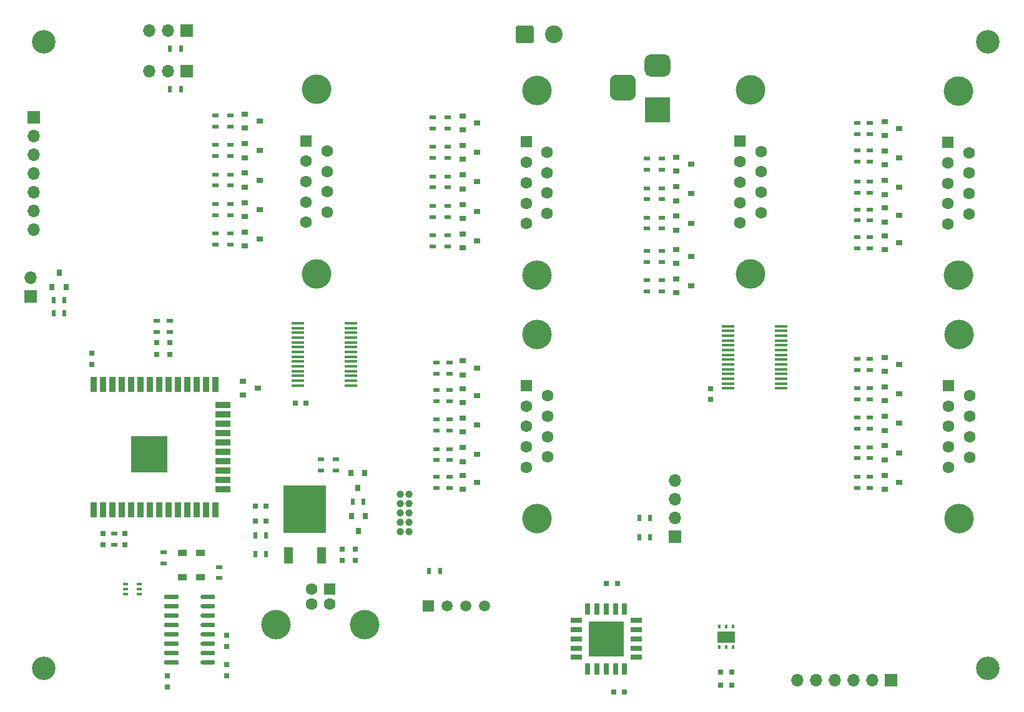
<source format=gts>
G04 #@! TF.GenerationSoftware,KiCad,Pcbnew,(5.1.9)-1*
G04 #@! TF.CreationDate,2021-04-19T10:18:59+02:00*
G04 #@! TF.ProjectId,esp32-light-controller,65737033-322d-46c6-9967-68742d636f6e,rev?*
G04 #@! TF.SameCoordinates,Original*
G04 #@! TF.FileFunction,Soldermask,Top*
G04 #@! TF.FilePolarity,Negative*
%FSLAX46Y46*%
G04 Gerber Fmt 4.6, Leading zero omitted, Abs format (unit mm)*
G04 Created by KiCad (PCBNEW (5.1.9)-1) date 2021-04-19 10:18:59*
%MOMM*%
%LPD*%
G01*
G04 APERTURE LIST*
%ADD10R,0.800000X0.750000*%
%ADD11C,3.200000*%
%ADD12R,0.400000X0.600000*%
%ADD13R,2.400000X1.500000*%
%ADD14R,1.750000X0.450000*%
%ADD15C,1.500000*%
%ADD16R,1.500000X1.500000*%
%ADD17C,1.000000*%
%ADD18R,1.200000X1.200000*%
%ADD19R,0.800000X1.500000*%
%ADD20R,1.500000X0.800000*%
%ADD21R,5.800000X6.400000*%
%ADD22R,1.200000X2.200000*%
%ADD23R,0.900000X2.000000*%
%ADD24R,2.000000X0.900000*%
%ADD25R,5.000000X5.000000*%
%ADD26R,0.900000X0.500000*%
%ADD27R,0.500000X0.900000*%
%ADD28R,0.900000X0.800000*%
%ADD29R,0.800000X0.900000*%
%ADD30R,0.650000X0.400000*%
%ADD31O,1.700000X1.700000*%
%ADD32R,1.700000X1.700000*%
%ADD33C,4.000000*%
%ADD34C,1.600000*%
%ADD35R,1.600000X1.600000*%
%ADD36R,3.500000X3.500000*%
%ADD37C,2.400000*%
%ADD38R,0.800000X0.800000*%
%ADD39R,1.200000X0.900000*%
%ADD40R,0.750000X0.800000*%
G04 APERTURE END LIST*
D10*
X148250000Y-147250000D03*
X146750000Y-147250000D03*
X148250000Y-145500000D03*
X146750000Y-145500000D03*
D11*
X55000000Y-145000000D03*
X183000000Y-60000000D03*
X183000000Y-145000000D03*
X55000000Y-60000000D03*
D12*
X148450000Y-142150000D03*
X147500000Y-142150000D03*
X146550000Y-142150000D03*
X146550000Y-139350000D03*
X147500000Y-139350000D03*
X148450000Y-139350000D03*
D13*
X147500000Y-140750000D03*
D14*
X89400000Y-106625000D03*
X89400000Y-105975000D03*
X89400000Y-105325000D03*
X89400000Y-104675000D03*
X89400000Y-104025000D03*
X89400000Y-103375000D03*
X89400000Y-102725000D03*
X89400000Y-102075000D03*
X89400000Y-101425000D03*
X89400000Y-100775000D03*
X89400000Y-100125000D03*
X89400000Y-99475000D03*
X89400000Y-98825000D03*
X89400000Y-98175000D03*
X96600000Y-98175000D03*
X96600000Y-98825000D03*
X96600000Y-99475000D03*
X96600000Y-100125000D03*
X96600000Y-100775000D03*
X96600000Y-101425000D03*
X96600000Y-102075000D03*
X96600000Y-102725000D03*
X96600000Y-103375000D03*
X96600000Y-104025000D03*
X96600000Y-104675000D03*
X96600000Y-105325000D03*
X96600000Y-105975000D03*
X96600000Y-106625000D03*
X147750000Y-107025000D03*
X147750000Y-106375000D03*
X147750000Y-105725000D03*
X147750000Y-105075000D03*
X147750000Y-104425000D03*
X147750000Y-103775000D03*
X147750000Y-103125000D03*
X147750000Y-102475000D03*
X147750000Y-101825000D03*
X147750000Y-101175000D03*
X147750000Y-100525000D03*
X147750000Y-99875000D03*
X147750000Y-99225000D03*
X147750000Y-98575000D03*
X154950000Y-98575000D03*
X154950000Y-99225000D03*
X154950000Y-99875000D03*
X154950000Y-100525000D03*
X154950000Y-101175000D03*
X154950000Y-101825000D03*
X154950000Y-102475000D03*
X154950000Y-103125000D03*
X154950000Y-103775000D03*
X154950000Y-104425000D03*
X154950000Y-105075000D03*
X154950000Y-105725000D03*
X154950000Y-106375000D03*
X154950000Y-107025000D03*
D15*
X114720000Y-136500000D03*
X112180000Y-136500000D03*
X109640000Y-136500000D03*
D16*
X107100000Y-136500000D03*
D17*
X103320000Y-126440000D03*
X103320000Y-125170000D03*
X103320000Y-123900000D03*
X103320000Y-122630000D03*
X103320000Y-121360000D03*
X104480000Y-121360000D03*
X104480000Y-122630000D03*
X104480000Y-123900000D03*
X104480000Y-125170000D03*
X104480000Y-126440000D03*
D18*
X129450000Y-139200000D03*
X129450000Y-140400000D03*
X129450000Y-141600000D03*
X129450000Y-142800000D03*
X130650000Y-139200000D03*
X130650000Y-140400000D03*
X130650000Y-141600000D03*
X130650000Y-142800000D03*
X131850000Y-139200000D03*
X131850000Y-140400000D03*
X131850000Y-141600000D03*
X131850000Y-142800000D03*
X133050000Y-139200000D03*
X133050000Y-140400000D03*
X133050000Y-141600000D03*
X133050000Y-142800000D03*
D19*
X133750000Y-145050000D03*
X132500000Y-145050000D03*
X131250000Y-145050000D03*
X130000000Y-145050000D03*
X128750000Y-145050000D03*
D20*
X127200000Y-143500000D03*
X127200000Y-142250000D03*
X127200000Y-141000000D03*
X127200000Y-139750000D03*
X127200000Y-138500000D03*
D19*
X128750000Y-136950000D03*
X130000000Y-136950000D03*
X131250000Y-136950000D03*
X132500000Y-136950000D03*
X133750000Y-136950000D03*
D20*
X135300000Y-138500000D03*
X135300000Y-139750000D03*
X135300000Y-141000000D03*
X135300000Y-142250000D03*
X135300000Y-143500000D03*
D21*
X90400000Y-123400000D03*
D22*
X92680000Y-129700000D03*
X88120000Y-129700000D03*
G36*
G01*
X73250000Y-144045000D02*
X73250000Y-144345000D01*
G75*
G02*
X73100000Y-144495000I-150000J0D01*
G01*
X71450000Y-144495000D01*
G75*
G02*
X71300000Y-144345000I0J150000D01*
G01*
X71300000Y-144045000D01*
G75*
G02*
X71450000Y-143895000I150000J0D01*
G01*
X73100000Y-143895000D01*
G75*
G02*
X73250000Y-144045000I0J-150000D01*
G01*
G37*
G36*
G01*
X73250000Y-142775000D02*
X73250000Y-143075000D01*
G75*
G02*
X73100000Y-143225000I-150000J0D01*
G01*
X71450000Y-143225000D01*
G75*
G02*
X71300000Y-143075000I0J150000D01*
G01*
X71300000Y-142775000D01*
G75*
G02*
X71450000Y-142625000I150000J0D01*
G01*
X73100000Y-142625000D01*
G75*
G02*
X73250000Y-142775000I0J-150000D01*
G01*
G37*
G36*
G01*
X73250000Y-141505000D02*
X73250000Y-141805000D01*
G75*
G02*
X73100000Y-141955000I-150000J0D01*
G01*
X71450000Y-141955000D01*
G75*
G02*
X71300000Y-141805000I0J150000D01*
G01*
X71300000Y-141505000D01*
G75*
G02*
X71450000Y-141355000I150000J0D01*
G01*
X73100000Y-141355000D01*
G75*
G02*
X73250000Y-141505000I0J-150000D01*
G01*
G37*
G36*
G01*
X73250000Y-140235000D02*
X73250000Y-140535000D01*
G75*
G02*
X73100000Y-140685000I-150000J0D01*
G01*
X71450000Y-140685000D01*
G75*
G02*
X71300000Y-140535000I0J150000D01*
G01*
X71300000Y-140235000D01*
G75*
G02*
X71450000Y-140085000I150000J0D01*
G01*
X73100000Y-140085000D01*
G75*
G02*
X73250000Y-140235000I0J-150000D01*
G01*
G37*
G36*
G01*
X73250000Y-138965000D02*
X73250000Y-139265000D01*
G75*
G02*
X73100000Y-139415000I-150000J0D01*
G01*
X71450000Y-139415000D01*
G75*
G02*
X71300000Y-139265000I0J150000D01*
G01*
X71300000Y-138965000D01*
G75*
G02*
X71450000Y-138815000I150000J0D01*
G01*
X73100000Y-138815000D01*
G75*
G02*
X73250000Y-138965000I0J-150000D01*
G01*
G37*
G36*
G01*
X73250000Y-137695000D02*
X73250000Y-137995000D01*
G75*
G02*
X73100000Y-138145000I-150000J0D01*
G01*
X71450000Y-138145000D01*
G75*
G02*
X71300000Y-137995000I0J150000D01*
G01*
X71300000Y-137695000D01*
G75*
G02*
X71450000Y-137545000I150000J0D01*
G01*
X73100000Y-137545000D01*
G75*
G02*
X73250000Y-137695000I0J-150000D01*
G01*
G37*
G36*
G01*
X73250000Y-136425000D02*
X73250000Y-136725000D01*
G75*
G02*
X73100000Y-136875000I-150000J0D01*
G01*
X71450000Y-136875000D01*
G75*
G02*
X71300000Y-136725000I0J150000D01*
G01*
X71300000Y-136425000D01*
G75*
G02*
X71450000Y-136275000I150000J0D01*
G01*
X73100000Y-136275000D01*
G75*
G02*
X73250000Y-136425000I0J-150000D01*
G01*
G37*
G36*
G01*
X73250000Y-135155000D02*
X73250000Y-135455000D01*
G75*
G02*
X73100000Y-135605000I-150000J0D01*
G01*
X71450000Y-135605000D01*
G75*
G02*
X71300000Y-135455000I0J150000D01*
G01*
X71300000Y-135155000D01*
G75*
G02*
X71450000Y-135005000I150000J0D01*
G01*
X73100000Y-135005000D01*
G75*
G02*
X73250000Y-135155000I0J-150000D01*
G01*
G37*
G36*
G01*
X78200000Y-135155000D02*
X78200000Y-135455000D01*
G75*
G02*
X78050000Y-135605000I-150000J0D01*
G01*
X76400000Y-135605000D01*
G75*
G02*
X76250000Y-135455000I0J150000D01*
G01*
X76250000Y-135155000D01*
G75*
G02*
X76400000Y-135005000I150000J0D01*
G01*
X78050000Y-135005000D01*
G75*
G02*
X78200000Y-135155000I0J-150000D01*
G01*
G37*
G36*
G01*
X78200000Y-136425000D02*
X78200000Y-136725000D01*
G75*
G02*
X78050000Y-136875000I-150000J0D01*
G01*
X76400000Y-136875000D01*
G75*
G02*
X76250000Y-136725000I0J150000D01*
G01*
X76250000Y-136425000D01*
G75*
G02*
X76400000Y-136275000I150000J0D01*
G01*
X78050000Y-136275000D01*
G75*
G02*
X78200000Y-136425000I0J-150000D01*
G01*
G37*
G36*
G01*
X78200000Y-137695000D02*
X78200000Y-137995000D01*
G75*
G02*
X78050000Y-138145000I-150000J0D01*
G01*
X76400000Y-138145000D01*
G75*
G02*
X76250000Y-137995000I0J150000D01*
G01*
X76250000Y-137695000D01*
G75*
G02*
X76400000Y-137545000I150000J0D01*
G01*
X78050000Y-137545000D01*
G75*
G02*
X78200000Y-137695000I0J-150000D01*
G01*
G37*
G36*
G01*
X78200000Y-138965000D02*
X78200000Y-139265000D01*
G75*
G02*
X78050000Y-139415000I-150000J0D01*
G01*
X76400000Y-139415000D01*
G75*
G02*
X76250000Y-139265000I0J150000D01*
G01*
X76250000Y-138965000D01*
G75*
G02*
X76400000Y-138815000I150000J0D01*
G01*
X78050000Y-138815000D01*
G75*
G02*
X78200000Y-138965000I0J-150000D01*
G01*
G37*
G36*
G01*
X78200000Y-140235000D02*
X78200000Y-140535000D01*
G75*
G02*
X78050000Y-140685000I-150000J0D01*
G01*
X76400000Y-140685000D01*
G75*
G02*
X76250000Y-140535000I0J150000D01*
G01*
X76250000Y-140235000D01*
G75*
G02*
X76400000Y-140085000I150000J0D01*
G01*
X78050000Y-140085000D01*
G75*
G02*
X78200000Y-140235000I0J-150000D01*
G01*
G37*
G36*
G01*
X78200000Y-141505000D02*
X78200000Y-141805000D01*
G75*
G02*
X78050000Y-141955000I-150000J0D01*
G01*
X76400000Y-141955000D01*
G75*
G02*
X76250000Y-141805000I0J150000D01*
G01*
X76250000Y-141505000D01*
G75*
G02*
X76400000Y-141355000I150000J0D01*
G01*
X78050000Y-141355000D01*
G75*
G02*
X78200000Y-141505000I0J-150000D01*
G01*
G37*
G36*
G01*
X78200000Y-142775000D02*
X78200000Y-143075000D01*
G75*
G02*
X78050000Y-143225000I-150000J0D01*
G01*
X76400000Y-143225000D01*
G75*
G02*
X76250000Y-143075000I0J150000D01*
G01*
X76250000Y-142775000D01*
G75*
G02*
X76400000Y-142625000I150000J0D01*
G01*
X78050000Y-142625000D01*
G75*
G02*
X78200000Y-142775000I0J-150000D01*
G01*
G37*
G36*
G01*
X78200000Y-144045000D02*
X78200000Y-144345000D01*
G75*
G02*
X78050000Y-144495000I-150000J0D01*
G01*
X76400000Y-144495000D01*
G75*
G02*
X76250000Y-144345000I0J150000D01*
G01*
X76250000Y-144045000D01*
G75*
G02*
X76400000Y-143895000I150000J0D01*
G01*
X78050000Y-143895000D01*
G75*
G02*
X78200000Y-144045000I0J-150000D01*
G01*
G37*
D23*
X61745000Y-106500000D03*
X63015000Y-106500000D03*
X64285000Y-106500000D03*
X65555000Y-106500000D03*
X66825000Y-106500000D03*
X68095000Y-106500000D03*
X69365000Y-106500000D03*
X70635000Y-106500000D03*
X71905000Y-106500000D03*
X73175000Y-106500000D03*
X74445000Y-106500000D03*
X75715000Y-106500000D03*
X76985000Y-106500000D03*
X78255000Y-106500000D03*
D24*
X79255000Y-109285000D03*
X79255000Y-110555000D03*
X79255000Y-111825000D03*
X79255000Y-113095000D03*
X79255000Y-114365000D03*
X79255000Y-115635000D03*
X79255000Y-116905000D03*
X79255000Y-118175000D03*
X79255000Y-119445000D03*
X79255000Y-120715000D03*
D23*
X78255000Y-123500000D03*
X76985000Y-123500000D03*
X75715000Y-123500000D03*
X74445000Y-123500000D03*
X73175000Y-123500000D03*
X71905000Y-123500000D03*
X70635000Y-123500000D03*
X69365000Y-123500000D03*
X68095000Y-123500000D03*
X66825000Y-123500000D03*
X65555000Y-123500000D03*
X64285000Y-123500000D03*
X63015000Y-123500000D03*
X61745000Y-123500000D03*
D25*
X69245000Y-116000000D03*
D26*
X70300000Y-97850000D03*
X70300000Y-99350000D03*
X72100000Y-97850000D03*
X72100000Y-99350000D03*
X80250000Y-87500000D03*
X80250000Y-86000000D03*
X78250000Y-87500000D03*
X78250000Y-86000000D03*
X80250000Y-83500000D03*
X80250000Y-82000000D03*
X78250000Y-83500000D03*
X78250000Y-82000000D03*
X80250000Y-79500000D03*
X80250000Y-78000000D03*
X78250000Y-79500000D03*
X78250000Y-78000000D03*
X80250000Y-75500000D03*
X80250000Y-74000000D03*
X78250000Y-75500000D03*
X78250000Y-74000000D03*
X80250000Y-71500000D03*
X80250000Y-70000000D03*
X78250000Y-71500000D03*
X78250000Y-70000000D03*
X109750000Y-87750000D03*
X109750000Y-86250000D03*
X107750000Y-87750000D03*
X107750000Y-86250000D03*
X109750000Y-83750000D03*
X109750000Y-82250000D03*
X107750000Y-83750000D03*
X107750000Y-82250000D03*
X109750000Y-79750000D03*
X109750000Y-78250000D03*
X107750000Y-79750000D03*
X107750000Y-78250000D03*
X109750000Y-75750000D03*
X109750000Y-74250000D03*
X107750000Y-75750000D03*
X107750000Y-74250000D03*
X109750000Y-71750000D03*
X109750000Y-70250000D03*
X107750000Y-71750000D03*
X107750000Y-70250000D03*
X110000000Y-120500000D03*
X110000000Y-119000000D03*
X108250000Y-120500000D03*
X108250000Y-119000000D03*
X110000000Y-116750000D03*
X110000000Y-115250000D03*
X108250000Y-116750000D03*
X108250000Y-115250000D03*
X110000000Y-112750000D03*
X110000000Y-111250000D03*
X108250000Y-112750000D03*
X108250000Y-111250000D03*
X110000000Y-108750000D03*
X110000000Y-107250000D03*
X108250000Y-108750000D03*
X108250000Y-107250000D03*
X110000000Y-105000000D03*
X110000000Y-103500000D03*
X108250000Y-105000000D03*
X108250000Y-103500000D03*
X138750000Y-93850000D03*
X138750000Y-92350000D03*
X136750000Y-93850000D03*
X136750000Y-92350000D03*
X138750000Y-89850000D03*
X138750000Y-88350000D03*
X136750000Y-89850000D03*
X136750000Y-88350000D03*
X138750000Y-85350000D03*
X138750000Y-83850000D03*
X136750000Y-85350000D03*
X136750000Y-83850000D03*
X138750000Y-81350000D03*
X138750000Y-79850000D03*
X136750000Y-81350000D03*
X136750000Y-79850000D03*
X138750000Y-77350000D03*
X138750000Y-75850000D03*
X136750000Y-77350000D03*
X136750000Y-75850000D03*
X167000000Y-88000000D03*
X167000000Y-86500000D03*
X165275000Y-88000000D03*
X165275000Y-86500000D03*
X167000000Y-84250000D03*
X167000000Y-82750000D03*
X165250000Y-84250000D03*
X165250000Y-82750000D03*
X167000000Y-80500000D03*
X167000000Y-79000000D03*
X165250000Y-80500000D03*
X165250000Y-79000000D03*
X167000000Y-76250000D03*
X167000000Y-74750000D03*
X165250000Y-76250000D03*
X165250000Y-74750000D03*
X167000000Y-72500000D03*
X167000000Y-71000000D03*
X165250000Y-72500000D03*
X165250000Y-71000000D03*
X167000000Y-120500000D03*
X167000000Y-119000000D03*
X165250000Y-120500000D03*
X165250000Y-119000000D03*
X167000000Y-116500000D03*
X167000000Y-115000000D03*
X165250000Y-116500000D03*
X165250000Y-115000000D03*
X167000000Y-112500000D03*
X167000000Y-111000000D03*
X165250000Y-112500000D03*
X165250000Y-111000000D03*
X167000000Y-108500000D03*
X167000000Y-107000000D03*
X165250000Y-108500000D03*
X165250000Y-107000000D03*
X167000000Y-104500000D03*
X167000000Y-103000000D03*
X165250000Y-104500000D03*
X165250000Y-103000000D03*
D27*
X107250000Y-131800000D03*
X108750000Y-131800000D03*
X98350000Y-122400000D03*
X96850000Y-122400000D03*
D26*
X94600000Y-118150000D03*
X94600000Y-116650000D03*
X92600000Y-118150000D03*
X92600000Y-116650000D03*
D27*
X57800000Y-95050000D03*
X56300000Y-95050000D03*
X57800000Y-96800000D03*
X56300000Y-96800000D03*
X135700000Y-124600000D03*
X137200000Y-124600000D03*
X137200000Y-127250000D03*
X135700000Y-127250000D03*
X73600000Y-60950000D03*
X72100000Y-60950000D03*
X73600000Y-66450000D03*
X72100000Y-66450000D03*
D26*
X78750000Y-131250000D03*
X78750000Y-132750000D03*
D27*
X83650000Y-129500000D03*
X85150000Y-129500000D03*
X85150000Y-127000000D03*
X83650000Y-127000000D03*
D26*
X71250000Y-130750000D03*
X71250000Y-129250000D03*
X64500000Y-128250000D03*
X64500000Y-126750000D03*
D28*
X84250000Y-86750000D03*
X82250000Y-87700000D03*
X82250000Y-85800000D03*
X84250000Y-82750000D03*
X82250000Y-83700000D03*
X82250000Y-81800000D03*
X84250000Y-78750000D03*
X82250000Y-79700000D03*
X82250000Y-77800000D03*
X84250000Y-74750000D03*
X82250000Y-75700000D03*
X82250000Y-73800000D03*
X84250000Y-70750000D03*
X82250000Y-71700000D03*
X82250000Y-69800000D03*
X113750000Y-87000000D03*
X111750000Y-87950000D03*
X111750000Y-86050000D03*
X113750000Y-83000000D03*
X111750000Y-83950000D03*
X111750000Y-82050000D03*
X113750000Y-79000000D03*
X111750000Y-79950000D03*
X111750000Y-78050000D03*
X113750000Y-75000000D03*
X111750000Y-75950000D03*
X111750000Y-74050000D03*
X113750000Y-71000000D03*
X111750000Y-71950000D03*
X111750000Y-70050000D03*
X113750000Y-119750000D03*
X111750000Y-120700000D03*
X111750000Y-118800000D03*
X113750000Y-116000000D03*
X111750000Y-116950000D03*
X111750000Y-115050000D03*
X113750000Y-112000000D03*
X111750000Y-112950000D03*
X111750000Y-111050000D03*
X113750000Y-108000000D03*
X111750000Y-108950000D03*
X111750000Y-107050000D03*
X113750000Y-104250000D03*
X111750000Y-105200000D03*
X111750000Y-103300000D03*
X142750000Y-93100000D03*
X140750000Y-94050000D03*
X140750000Y-92150000D03*
X142750000Y-89100000D03*
X140750000Y-90050000D03*
X140750000Y-88150000D03*
X142750000Y-84600000D03*
X140750000Y-85550000D03*
X140750000Y-83650000D03*
X142750000Y-80600000D03*
X140750000Y-81550000D03*
X140750000Y-79650000D03*
X142750000Y-76600000D03*
X140750000Y-77550000D03*
X140750000Y-75650000D03*
X171000000Y-87250000D03*
X169000000Y-88200000D03*
X169000000Y-86300000D03*
X171000000Y-83500000D03*
X169000000Y-84450000D03*
X169000000Y-82550000D03*
X171000000Y-79750000D03*
X169000000Y-80700000D03*
X169000000Y-78800000D03*
X171000000Y-75750000D03*
X169000000Y-76700000D03*
X169000000Y-74800000D03*
X171000000Y-71750000D03*
X169000000Y-72700000D03*
X169000000Y-70800000D03*
X171000000Y-119750000D03*
X169000000Y-120700000D03*
X169000000Y-118800000D03*
X171000000Y-115750000D03*
X169000000Y-116700000D03*
X169000000Y-114800000D03*
X171000000Y-111750000D03*
X169000000Y-112700000D03*
X169000000Y-110800000D03*
X171000000Y-107750000D03*
X169000000Y-108700000D03*
X169000000Y-106800000D03*
X171000000Y-103750000D03*
X169000000Y-104700000D03*
X169000000Y-102800000D03*
D29*
X97650000Y-126350000D03*
X96700000Y-124350000D03*
X98600000Y-124350000D03*
X97550000Y-120500000D03*
X96600000Y-118500000D03*
X98500000Y-118500000D03*
X57050000Y-91300000D03*
X58000000Y-93300000D03*
X56100000Y-93300000D03*
D30*
X66050000Y-134900000D03*
X66050000Y-133600000D03*
X67950000Y-134250000D03*
X66050000Y-134250000D03*
X67950000Y-133600000D03*
X67950000Y-134900000D03*
D31*
X53600000Y-85440000D03*
X53600000Y-82900000D03*
X53600000Y-80360000D03*
X53600000Y-77820000D03*
X53600000Y-75280000D03*
X53600000Y-72740000D03*
D32*
X53600000Y-70200000D03*
D33*
X91959338Y-66460000D03*
X91959338Y-91460000D03*
D34*
X93379338Y-83115000D03*
X93379338Y-80345000D03*
X93379338Y-77575000D03*
X93379338Y-74805000D03*
X90539338Y-84500000D03*
X90539338Y-81730000D03*
X90539338Y-78960000D03*
X90539338Y-76190000D03*
D35*
X90539338Y-73420000D03*
D33*
X121829338Y-66620000D03*
X121829338Y-91620000D03*
D34*
X123249338Y-83275000D03*
X123249338Y-80505000D03*
X123249338Y-77735000D03*
X123249338Y-74965000D03*
X120409338Y-84660000D03*
X120409338Y-81890000D03*
X120409338Y-79120000D03*
X120409338Y-76350000D03*
D35*
X120409338Y-73580000D03*
D33*
X121849338Y-99680000D03*
X121849338Y-124680000D03*
D34*
X123269338Y-116335000D03*
X123269338Y-113565000D03*
X123269338Y-110795000D03*
X123269338Y-108025000D03*
X120429338Y-117720000D03*
X120429338Y-114950000D03*
X120429338Y-112180000D03*
X120429338Y-109410000D03*
D35*
X120429338Y-106640000D03*
D33*
X150829338Y-66530000D03*
X150829338Y-91530000D03*
D34*
X152249338Y-83185000D03*
X152249338Y-80415000D03*
X152249338Y-77645000D03*
X152249338Y-74875000D03*
X149409338Y-84570000D03*
X149409338Y-81800000D03*
X149409338Y-79030000D03*
X149409338Y-76260000D03*
D35*
X149409338Y-73490000D03*
D33*
X178989338Y-66680000D03*
X178989338Y-91680000D03*
D34*
X180409338Y-83335000D03*
X180409338Y-80565000D03*
X180409338Y-77795000D03*
X180409338Y-75025000D03*
X177569338Y-84720000D03*
X177569338Y-81950000D03*
X177569338Y-79180000D03*
X177569338Y-76410000D03*
D35*
X177569338Y-73640000D03*
D33*
X179079338Y-99690000D03*
X179079338Y-124690000D03*
D34*
X180499338Y-116345000D03*
X180499338Y-113575000D03*
X180499338Y-110805000D03*
X180499338Y-108035000D03*
X177659338Y-117730000D03*
X177659338Y-114960000D03*
X177659338Y-112190000D03*
X177659338Y-109420000D03*
D35*
X177659338Y-106650000D03*
G36*
G01*
X132625000Y-64450000D02*
X134375000Y-64450000D01*
G75*
G02*
X135250000Y-65325000I0J-875000D01*
G01*
X135250000Y-67075000D01*
G75*
G02*
X134375000Y-67950000I-875000J0D01*
G01*
X132625000Y-67950000D01*
G75*
G02*
X131750000Y-67075000I0J875000D01*
G01*
X131750000Y-65325000D01*
G75*
G02*
X132625000Y-64450000I875000J0D01*
G01*
G37*
G36*
G01*
X137200000Y-61700000D02*
X139200000Y-61700000D01*
G75*
G02*
X139950000Y-62450000I0J-750000D01*
G01*
X139950000Y-63950000D01*
G75*
G02*
X139200000Y-64700000I-750000J0D01*
G01*
X137200000Y-64700000D01*
G75*
G02*
X136450000Y-63950000I0J750000D01*
G01*
X136450000Y-62450000D01*
G75*
G02*
X137200000Y-61700000I750000J0D01*
G01*
G37*
D36*
X138200000Y-69200000D03*
D31*
X157150000Y-146600000D03*
X159690000Y-146600000D03*
X162230000Y-146600000D03*
X164770000Y-146600000D03*
X167310000Y-146600000D03*
D32*
X169850000Y-146600000D03*
D37*
X124160000Y-59000000D03*
G36*
G01*
X119000000Y-59950000D02*
X119000000Y-58050000D01*
G75*
G02*
X119250000Y-57800000I250000J0D01*
G01*
X121150000Y-57800000D01*
G75*
G02*
X121400000Y-58050000I0J-250000D01*
G01*
X121400000Y-59950000D01*
G75*
G02*
X121150000Y-60200000I-250000J0D01*
G01*
X119250000Y-60200000D01*
G75*
G02*
X119000000Y-59950000I0J250000D01*
G01*
G37*
D31*
X69310000Y-58450000D03*
X71850000Y-58450000D03*
D32*
X74390000Y-58450000D03*
D31*
X69270000Y-63950000D03*
X71810000Y-63950000D03*
D32*
X74350000Y-63950000D03*
D31*
X53200000Y-91960000D03*
D32*
X53200000Y-94500000D03*
D31*
X140600000Y-119520000D03*
X140600000Y-122060000D03*
X140600000Y-124600000D03*
D32*
X140600000Y-127140000D03*
D33*
X98500000Y-139110000D03*
X86500000Y-139110000D03*
D34*
X93750000Y-136250000D03*
X91250000Y-136250000D03*
X91250000Y-134250000D03*
D35*
X93750000Y-134250000D03*
D38*
X70300000Y-102400000D03*
X70300000Y-100800000D03*
X72100000Y-102400000D03*
X72100000Y-100800000D03*
D28*
X84000000Y-107000000D03*
X82000000Y-107950000D03*
X82000000Y-106050000D03*
D39*
X76250000Y-129350000D03*
X76250000Y-132650000D03*
X73750000Y-132650000D03*
X73750000Y-129350000D03*
D10*
X90550000Y-109000000D03*
X89050000Y-109000000D03*
D40*
X145400000Y-108550000D03*
X145400000Y-107050000D03*
D10*
X133750000Y-148250000D03*
X132250000Y-148250000D03*
X132750000Y-133500000D03*
X131250000Y-133500000D03*
X83650000Y-125000000D03*
X85150000Y-125000000D03*
X83650000Y-123000000D03*
X85150000Y-123000000D03*
D40*
X79750000Y-142000000D03*
X79750000Y-140500000D03*
X95400000Y-128850000D03*
X95400000Y-130350000D03*
X79750000Y-144500000D03*
X79750000Y-146000000D03*
X71750000Y-147500000D03*
X71750000Y-146000000D03*
X97200000Y-128850000D03*
X97200000Y-130350000D03*
X66000000Y-128250000D03*
X66000000Y-126750000D03*
X61500000Y-103750000D03*
X61500000Y-102250000D03*
X63000000Y-128250000D03*
X63000000Y-126750000D03*
M02*

</source>
